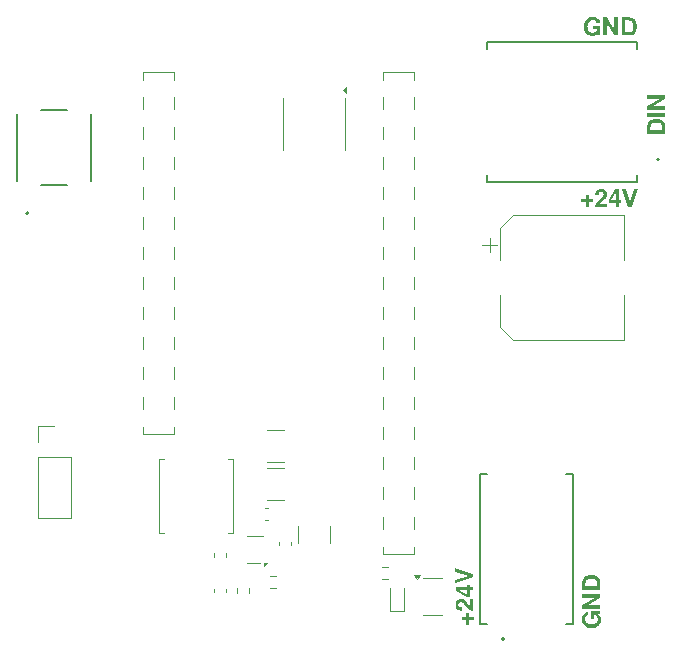
<source format=gbr>
G04 #@! TF.GenerationSoftware,KiCad,Pcbnew,9.0.6*
G04 #@! TF.CreationDate,2025-12-23T18:22:04-05:00*
G04 #@! TF.ProjectId,project-bed-light,70726f6a-6563-4742-9d62-65642d6c6967,rev?*
G04 #@! TF.SameCoordinates,Original*
G04 #@! TF.FileFunction,Legend,Top*
G04 #@! TF.FilePolarity,Positive*
%FSLAX46Y46*%
G04 Gerber Fmt 4.6, Leading zero omitted, Abs format (unit mm)*
G04 Created by KiCad (PCBNEW 9.0.6) date 2025-12-23 18:22:04*
%MOMM*%
%LPD*%
G01*
G04 APERTURE LIST*
%ADD10C,0.300000*%
%ADD11C,0.127000*%
%ADD12C,0.200000*%
%ADD13C,0.120000*%
G04 APERTURE END LIST*
D10*
G36*
X71195732Y-73558033D02*
G01*
X71119115Y-73592303D01*
X71058881Y-73636005D01*
X71012491Y-73689254D01*
X70978597Y-73753270D01*
X70957176Y-73830256D01*
X70949535Y-73923207D01*
X70958960Y-74020283D01*
X70985893Y-74103199D01*
X71029699Y-74174812D01*
X71091593Y-74236998D01*
X71164833Y-74284669D01*
X71252649Y-74320321D01*
X71357854Y-74343139D01*
X71483878Y-74351304D01*
X71602417Y-74342939D01*
X71705582Y-74319079D01*
X71795812Y-74280889D01*
X71875063Y-74228572D01*
X71943058Y-74161633D01*
X71990125Y-74088147D01*
X72018404Y-74006649D01*
X72028112Y-73914781D01*
X72020693Y-73846545D01*
X71990743Y-73753214D01*
X71964827Y-73700700D01*
X71932033Y-73652464D01*
X71890060Y-73610161D01*
X71830642Y-73570673D01*
X71762076Y-73542102D01*
X71682264Y-73526526D01*
X71682264Y-73874938D01*
X71418482Y-73874938D01*
X71418482Y-73262103D01*
X72245000Y-73262103D01*
X72245000Y-73450963D01*
X72050368Y-73488699D01*
X72129432Y-73552313D01*
X72189857Y-73617995D01*
X72234100Y-73686078D01*
X72265260Y-73760911D01*
X72284933Y-73848253D01*
X72291894Y-73950501D01*
X72282465Y-74072551D01*
X72255042Y-74183124D01*
X72210138Y-74284207D01*
X72147201Y-74377355D01*
X72064657Y-74463594D01*
X71970626Y-74535368D01*
X71867413Y-74591389D01*
X71753743Y-74632137D01*
X71627958Y-74657363D01*
X71488091Y-74666102D01*
X71344759Y-74657125D01*
X71217159Y-74631324D01*
X71103070Y-74589840D01*
X71000629Y-74533035D01*
X70908411Y-74460480D01*
X70828498Y-74373560D01*
X70766933Y-74278058D01*
X70722561Y-74172758D01*
X70695219Y-74055908D01*
X70685753Y-73925314D01*
X70695157Y-73787099D01*
X70721949Y-73666903D01*
X70764732Y-73561934D01*
X70823140Y-73469923D01*
X70897942Y-73390031D01*
X70983748Y-73329448D01*
X71082172Y-73286776D01*
X71195732Y-73262103D01*
X71195732Y-73558033D01*
G37*
G36*
X72245000Y-72100545D02*
G01*
X71187306Y-72715396D01*
X72245000Y-72715396D01*
X72245000Y-73030194D01*
X70715062Y-73030194D01*
X70715062Y-72707061D01*
X71755995Y-72100545D01*
X70715062Y-72100545D01*
X70715062Y-71785746D01*
X72245000Y-71785746D01*
X72245000Y-72100545D01*
G37*
G36*
X71629122Y-70189863D02*
G01*
X71760596Y-70213860D01*
X71875957Y-70251982D01*
X71977372Y-70303450D01*
X72066580Y-70368191D01*
X72127320Y-70430699D01*
X72176043Y-70507372D01*
X72212787Y-70600659D01*
X72236477Y-70713843D01*
X72245000Y-70850876D01*
X72245000Y-71448966D01*
X70715062Y-71448966D01*
X70715062Y-70850876D01*
X70978845Y-70850876D01*
X70978845Y-71134167D01*
X71981217Y-71134167D01*
X71981217Y-70850876D01*
X71971364Y-70758314D01*
X71943684Y-70683193D01*
X71899023Y-70621628D01*
X71835565Y-70571398D01*
X71749097Y-70532272D01*
X71633469Y-70506030D01*
X71481038Y-70496236D01*
X71327870Y-70506047D01*
X71211724Y-70532330D01*
X71124911Y-70571502D01*
X71061239Y-70621764D01*
X71016456Y-70683329D01*
X70988716Y-70758406D01*
X70978845Y-70850876D01*
X70715062Y-70850876D01*
X70720374Y-70733369D01*
X70734958Y-70637639D01*
X70757103Y-70560258D01*
X70790824Y-70487798D01*
X70835382Y-70424101D01*
X70891375Y-70368191D01*
X70982376Y-70303175D01*
X71084854Y-70251650D01*
X71200409Y-70213625D01*
X71331029Y-70189780D01*
X71479023Y-70181437D01*
X71629122Y-70189863D01*
G37*
G36*
X71941966Y-23445732D02*
G01*
X71907696Y-23369115D01*
X71863994Y-23308881D01*
X71810745Y-23262491D01*
X71746729Y-23228597D01*
X71669743Y-23207176D01*
X71576792Y-23199535D01*
X71479716Y-23208960D01*
X71396800Y-23235893D01*
X71325187Y-23279699D01*
X71263001Y-23341593D01*
X71215330Y-23414833D01*
X71179678Y-23502649D01*
X71156860Y-23607854D01*
X71148695Y-23733878D01*
X71157060Y-23852417D01*
X71180920Y-23955582D01*
X71219110Y-24045812D01*
X71271427Y-24125063D01*
X71338366Y-24193058D01*
X71411852Y-24240125D01*
X71493350Y-24268404D01*
X71585218Y-24278112D01*
X71653454Y-24270693D01*
X71746785Y-24240743D01*
X71799299Y-24214827D01*
X71847535Y-24182033D01*
X71889838Y-24140060D01*
X71929326Y-24080642D01*
X71957897Y-24012076D01*
X71973473Y-23932264D01*
X71625061Y-23932264D01*
X71625061Y-23668482D01*
X72237896Y-23668482D01*
X72237896Y-24495000D01*
X72049036Y-24495000D01*
X72011300Y-24300368D01*
X71947686Y-24379432D01*
X71882004Y-24439857D01*
X71813921Y-24484100D01*
X71739088Y-24515260D01*
X71651746Y-24534933D01*
X71549498Y-24541894D01*
X71427448Y-24532465D01*
X71316875Y-24505042D01*
X71215792Y-24460138D01*
X71122644Y-24397201D01*
X71036405Y-24314657D01*
X70964631Y-24220626D01*
X70908610Y-24117413D01*
X70867862Y-24003743D01*
X70842636Y-23877958D01*
X70833897Y-23738091D01*
X70842874Y-23594759D01*
X70868675Y-23467159D01*
X70910159Y-23353070D01*
X70966964Y-23250629D01*
X71039519Y-23158411D01*
X71126439Y-23078498D01*
X71221941Y-23016933D01*
X71327241Y-22972561D01*
X71444091Y-22945219D01*
X71574685Y-22935753D01*
X71712900Y-22945157D01*
X71833096Y-22971949D01*
X71938065Y-23014732D01*
X72030076Y-23073140D01*
X72109968Y-23147942D01*
X72170551Y-23233748D01*
X72213223Y-23332172D01*
X72237896Y-23445732D01*
X71941966Y-23445732D01*
G37*
G36*
X73399454Y-24495000D02*
G01*
X72784603Y-23437306D01*
X72784603Y-24495000D01*
X72469805Y-24495000D01*
X72469805Y-22965062D01*
X72792938Y-22965062D01*
X73399454Y-24005995D01*
X73399454Y-22965062D01*
X73714253Y-22965062D01*
X73714253Y-24495000D01*
X73399454Y-24495000D01*
G37*
G36*
X74766630Y-22970374D02*
G01*
X74862360Y-22984958D01*
X74939741Y-23007103D01*
X75012201Y-23040824D01*
X75075898Y-23085382D01*
X75131808Y-23141375D01*
X75196824Y-23232376D01*
X75248349Y-23334854D01*
X75286374Y-23450409D01*
X75310219Y-23581029D01*
X75318562Y-23729023D01*
X75310136Y-23879122D01*
X75286139Y-24010596D01*
X75248017Y-24125957D01*
X75196549Y-24227372D01*
X75131808Y-24316580D01*
X75069300Y-24377320D01*
X74992627Y-24426043D01*
X74899340Y-24462787D01*
X74786156Y-24486477D01*
X74649123Y-24495000D01*
X74051033Y-24495000D01*
X74051033Y-24231217D01*
X74365832Y-24231217D01*
X74649123Y-24231217D01*
X74741685Y-24221364D01*
X74816806Y-24193684D01*
X74878371Y-24149023D01*
X74928601Y-24085565D01*
X74967727Y-23999097D01*
X74993969Y-23883469D01*
X75003763Y-23731038D01*
X74993952Y-23577870D01*
X74967669Y-23461724D01*
X74928497Y-23374911D01*
X74878235Y-23311239D01*
X74816670Y-23266456D01*
X74741593Y-23238716D01*
X74649123Y-23228845D01*
X74365832Y-23228845D01*
X74365832Y-24231217D01*
X74051033Y-24231217D01*
X74051033Y-22965062D01*
X74649123Y-22965062D01*
X74766630Y-22970374D01*
G37*
G36*
X60885369Y-73381489D02*
G01*
X61131566Y-73381489D01*
X61131566Y-73763424D01*
X61518447Y-73763424D01*
X61518447Y-74013101D01*
X61131566Y-74013101D01*
X61131566Y-74395036D01*
X60885369Y-74395036D01*
X60885369Y-74013101D01*
X60504351Y-74013101D01*
X60504351Y-73763424D01*
X60885369Y-73763424D01*
X60885369Y-73381489D01*
G37*
G36*
X60449213Y-72194103D02*
G01*
X60530098Y-72200242D01*
X60604291Y-72218181D01*
X60672970Y-72247684D01*
X60765854Y-72308815D01*
X60841222Y-72383055D01*
X60966702Y-72550942D01*
X61026736Y-72635262D01*
X61092182Y-72716721D01*
X61163496Y-72786969D01*
X61231217Y-72830020D01*
X61231217Y-72200423D01*
X61495000Y-72200423D01*
X61495000Y-73211954D01*
X61359137Y-73196598D01*
X61252073Y-73168192D01*
X61168477Y-73129064D01*
X61093808Y-73074078D01*
X61010009Y-72989537D01*
X60915503Y-72867755D01*
X60795200Y-72703259D01*
X60713957Y-72605884D01*
X60661429Y-72555063D01*
X60603149Y-72518381D01*
X60535335Y-72495829D01*
X60455532Y-72487927D01*
X60383619Y-72494759D01*
X60326485Y-72513680D01*
X60280960Y-72543523D01*
X60246059Y-72584447D01*
X60224700Y-72634896D01*
X60217121Y-72697762D01*
X60225157Y-72761714D01*
X60247833Y-72812814D01*
X60285081Y-72854108D01*
X60333388Y-72883695D01*
X60395313Y-72902750D01*
X60474583Y-72909704D01*
X60521936Y-72909704D01*
X60521936Y-73190888D01*
X60474309Y-73192995D01*
X60357262Y-73183976D01*
X60259340Y-73158631D01*
X60177133Y-73118551D01*
X60108036Y-73063943D01*
X60052297Y-72995676D01*
X60011571Y-72914758D01*
X59985903Y-72818674D01*
X59976786Y-72704082D01*
X59985654Y-72587177D01*
X60010708Y-72488057D01*
X60050519Y-72403649D01*
X60104922Y-72331581D01*
X60173209Y-72272295D01*
X60251862Y-72229747D01*
X60342915Y-72203362D01*
X60449213Y-72194103D01*
G37*
G36*
X61160875Y-71168191D02*
G01*
X61495000Y-71168191D01*
X61495000Y-71462015D01*
X61160875Y-71462015D01*
X61160875Y-72057998D01*
X60916327Y-72057998D01*
X60006095Y-71514497D01*
X60006095Y-71462015D01*
X60285081Y-71462015D01*
X60920540Y-71850270D01*
X60920540Y-71462015D01*
X60285081Y-71462015D01*
X60006095Y-71462015D01*
X60006095Y-71168191D01*
X60920540Y-71168191D01*
X60920540Y-71012944D01*
X61160875Y-71012944D01*
X61160875Y-71168191D01*
G37*
G36*
X61495000Y-70117184D02*
G01*
X61495000Y-70383622D01*
X59965062Y-70899921D01*
X59965062Y-70583016D01*
X61117278Y-70243030D01*
X59965062Y-69909364D01*
X59965062Y-69592550D01*
X61495000Y-70117184D01*
G37*
G36*
X71618510Y-38385369D02*
G01*
X71618510Y-38631566D01*
X71236575Y-38631566D01*
X71236575Y-39018447D01*
X70986898Y-39018447D01*
X70986898Y-38631566D01*
X70604963Y-38631566D01*
X70604963Y-38385369D01*
X70986898Y-38385369D01*
X70986898Y-38004351D01*
X71236575Y-38004351D01*
X71236575Y-38385369D01*
X71618510Y-38385369D01*
G37*
G36*
X72805896Y-37949213D02*
G01*
X72799757Y-38030098D01*
X72781818Y-38104291D01*
X72752315Y-38172970D01*
X72691184Y-38265854D01*
X72616944Y-38341222D01*
X72449057Y-38466702D01*
X72364737Y-38526736D01*
X72283278Y-38592182D01*
X72213030Y-38663496D01*
X72169979Y-38731217D01*
X72799576Y-38731217D01*
X72799576Y-38995000D01*
X71788045Y-38995000D01*
X71803401Y-38859137D01*
X71831807Y-38752073D01*
X71870935Y-38668477D01*
X71925921Y-38593808D01*
X72010462Y-38510009D01*
X72132244Y-38415503D01*
X72296740Y-38295200D01*
X72394115Y-38213957D01*
X72444936Y-38161429D01*
X72481618Y-38103149D01*
X72504170Y-38035335D01*
X72512072Y-37955532D01*
X72505240Y-37883619D01*
X72486319Y-37826485D01*
X72456476Y-37780960D01*
X72415552Y-37746059D01*
X72365103Y-37724700D01*
X72302237Y-37717121D01*
X72238285Y-37725157D01*
X72187185Y-37747833D01*
X72145891Y-37785081D01*
X72116304Y-37833388D01*
X72097249Y-37895313D01*
X72090295Y-37974583D01*
X72090295Y-38021936D01*
X71809111Y-38021936D01*
X71807004Y-37974309D01*
X71816023Y-37857262D01*
X71841368Y-37759340D01*
X71881448Y-37677133D01*
X71936056Y-37608036D01*
X72004323Y-37552297D01*
X72085241Y-37511571D01*
X72181325Y-37485903D01*
X72295917Y-37476786D01*
X72412822Y-37485654D01*
X72511942Y-37510708D01*
X72596350Y-37550519D01*
X72668418Y-37604922D01*
X72727704Y-37673209D01*
X72770252Y-37751862D01*
X72796637Y-37842915D01*
X72805896Y-37949213D01*
G37*
G36*
X73831808Y-38420540D02*
G01*
X73987055Y-38420540D01*
X73987055Y-38660875D01*
X73831808Y-38660875D01*
X73831808Y-38995000D01*
X73537984Y-38995000D01*
X73537984Y-38660875D01*
X72942001Y-38660875D01*
X72942001Y-38420540D01*
X73149729Y-38420540D01*
X73537984Y-38420540D01*
X73537984Y-37785081D01*
X73149729Y-38420540D01*
X72942001Y-38420540D01*
X72942001Y-38416327D01*
X73485502Y-37506095D01*
X73831808Y-37506095D01*
X73831808Y-38420540D01*
G37*
G36*
X74882815Y-38995000D02*
G01*
X74616377Y-38995000D01*
X74100078Y-37465062D01*
X74416983Y-37465062D01*
X74756969Y-38617278D01*
X75090635Y-37465062D01*
X75407449Y-37465062D01*
X74882815Y-38995000D01*
G37*
G36*
X77129122Y-31573010D02*
G01*
X77260596Y-31597008D01*
X77375957Y-31635129D01*
X77477372Y-31686597D01*
X77566580Y-31751338D01*
X77627320Y-31813846D01*
X77676043Y-31890520D01*
X77712787Y-31983807D01*
X77736477Y-32096990D01*
X77745000Y-32234023D01*
X77745000Y-32832113D01*
X76215062Y-32832113D01*
X76215062Y-32234023D01*
X76478845Y-32234023D01*
X76478845Y-32517315D01*
X77481217Y-32517315D01*
X77481217Y-32234023D01*
X77471364Y-32141461D01*
X77443684Y-32066340D01*
X77399023Y-32004776D01*
X77335565Y-31954546D01*
X77249097Y-31915419D01*
X77133469Y-31889177D01*
X76981038Y-31879383D01*
X76827870Y-31889194D01*
X76711724Y-31915477D01*
X76624911Y-31954650D01*
X76561239Y-32004911D01*
X76516456Y-32066476D01*
X76488716Y-32141554D01*
X76478845Y-32234023D01*
X76215062Y-32234023D01*
X76220374Y-32116516D01*
X76234958Y-32020786D01*
X76257103Y-31943405D01*
X76290824Y-31870945D01*
X76335382Y-31807248D01*
X76391375Y-31751338D01*
X76482376Y-31686322D01*
X76584854Y-31634797D01*
X76700409Y-31596773D01*
X76831029Y-31572928D01*
X76979023Y-31564584D01*
X77129122Y-31573010D01*
G37*
G36*
X76215062Y-31060650D02*
G01*
X77745000Y-31060650D01*
X77745000Y-31375449D01*
X76215062Y-31375449D01*
X76215062Y-31060650D01*
G37*
G36*
X77745000Y-29880133D02*
G01*
X76687306Y-30494984D01*
X77745000Y-30494984D01*
X77745000Y-30809782D01*
X76215062Y-30809782D01*
X76215062Y-30486649D01*
X77255995Y-29880133D01*
X76215062Y-29880133D01*
X76215062Y-29565334D01*
X77745000Y-29565334D01*
X77745000Y-29880133D01*
G37*
D11*
G04 #@! TO.C,S1*
X22850000Y-36850000D02*
X22850000Y-31150000D01*
X24900000Y-30850000D02*
X27100000Y-30850000D01*
X27100000Y-37150000D02*
X24900000Y-37150000D01*
X29150000Y-36850000D02*
X29150000Y-31150000D01*
D12*
X23800000Y-39550000D02*
G75*
G02*
X23600000Y-39550000I-100000J0D01*
G01*
X23600000Y-39550000D02*
G75*
G02*
X23800000Y-39550000I100000J0D01*
G01*
D13*
G04 #@! TO.C,C5*
X43859420Y-64490000D02*
X44140580Y-64490000D01*
X43859420Y-65510000D02*
X44140580Y-65510000D01*
G04 #@! TO.C,R2*
X41477500Y-71737258D02*
X41477500Y-71262742D01*
X42522500Y-71737258D02*
X42522500Y-71262742D01*
G04 #@! TO.C,C8*
X62250000Y-42240000D02*
X63500000Y-42240000D01*
X62875000Y-41615000D02*
X62875000Y-42865000D01*
X63740000Y-40804437D02*
X63740000Y-43490000D01*
X63740000Y-40804437D02*
X64804437Y-39740000D01*
X63740000Y-49195563D02*
X63740000Y-46510000D01*
X63740000Y-49195563D02*
X64804437Y-50260000D01*
X64804437Y-39740000D02*
X74260000Y-39740000D01*
X64804437Y-50260000D02*
X74260000Y-50260000D01*
X74260000Y-39740000D02*
X74260000Y-43490000D01*
X74260000Y-50260000D02*
X74260000Y-46510000D01*
G04 #@! TO.C,J3*
X24620000Y-57540000D02*
X26000000Y-57540000D01*
X24620000Y-58920000D02*
X24620000Y-57540000D01*
X24620000Y-60190000D02*
X24620000Y-65380000D01*
X24620000Y-60190000D02*
X27380000Y-60190000D01*
X24620000Y-65380000D02*
X27380000Y-65380000D01*
X27380000Y-60190000D02*
X27380000Y-65380000D01*
G04 #@! TO.C,C3*
X39490000Y-71359420D02*
X39490000Y-71640580D01*
X40510000Y-71359420D02*
X40510000Y-71640580D01*
G04 #@! TO.C,U2*
X33510000Y-27620000D02*
X33510000Y-28250000D01*
X33510000Y-27620000D02*
X36170000Y-27620000D01*
X33510000Y-29712000D02*
X33510000Y-30728000D01*
X33510000Y-32252000D02*
X33510000Y-33268000D01*
X33510000Y-34792000D02*
X33510000Y-35808000D01*
X33510000Y-37332000D02*
X33510000Y-38348000D01*
X33510000Y-39872000D02*
X33510000Y-40888000D01*
X33510000Y-42412000D02*
X33510000Y-43428000D01*
X33510000Y-44952000D02*
X33510000Y-45968000D01*
X33510000Y-47492000D02*
X33510000Y-48508000D01*
X33510000Y-50032000D02*
X33510000Y-51048000D01*
X33510000Y-52572000D02*
X33510000Y-53588000D01*
X33510000Y-55112000D02*
X33510000Y-56128000D01*
X33510000Y-57650000D02*
X33510000Y-58220000D01*
X33510000Y-58220000D02*
X36170000Y-58220000D01*
X36170000Y-27620000D02*
X36170000Y-28250000D01*
X36170000Y-29712000D02*
X36170000Y-30728000D01*
X36170000Y-32252000D02*
X36170000Y-33268000D01*
X36170000Y-34792000D02*
X36170000Y-35808000D01*
X36170000Y-37332000D02*
X36170000Y-38348000D01*
X36170000Y-39872000D02*
X36170000Y-40888000D01*
X36170000Y-42412000D02*
X36170000Y-43428000D01*
X36170000Y-44952000D02*
X36170000Y-45968000D01*
X36170000Y-47492000D02*
X36170000Y-48508000D01*
X36170000Y-50032000D02*
X36170000Y-51048000D01*
X36170000Y-52572000D02*
X36170000Y-53588000D01*
X36170000Y-55112000D02*
X36170000Y-56128000D01*
X36170000Y-57650000D02*
X36170000Y-58220000D01*
X53830000Y-27620000D02*
X53830000Y-28250000D01*
X53830000Y-27620000D02*
X56490000Y-27620000D01*
X53830000Y-29712000D02*
X53830000Y-30728000D01*
X53830000Y-32252000D02*
X53830000Y-33268000D01*
X53830000Y-34792000D02*
X53830000Y-35808000D01*
X53830000Y-37332000D02*
X53830000Y-38348000D01*
X53830000Y-39872000D02*
X53830000Y-40888000D01*
X53830000Y-42412000D02*
X53830000Y-43428000D01*
X53830000Y-44952000D02*
X53830000Y-45968000D01*
X53830000Y-47492000D02*
X53830000Y-48508000D01*
X53830000Y-50032000D02*
X53830000Y-51048000D01*
X53830000Y-52572000D02*
X53830000Y-53588000D01*
X53830000Y-55112000D02*
X53830000Y-56128000D01*
X53830000Y-57652000D02*
X53830000Y-58668000D01*
X53830000Y-60192000D02*
X53830000Y-61208000D01*
X53830000Y-62732000D02*
X53830000Y-63748000D01*
X53830000Y-65272000D02*
X53830000Y-66288000D01*
X53830000Y-67810000D02*
X53830000Y-68380000D01*
X53830000Y-68380000D02*
X56490000Y-68380000D01*
X56490000Y-27620000D02*
X56490000Y-28250000D01*
X56490000Y-29712000D02*
X56490000Y-30728000D01*
X56490000Y-32252000D02*
X56490000Y-33268000D01*
X56490000Y-34792000D02*
X56490000Y-35808000D01*
X56490000Y-37332000D02*
X56490000Y-38348000D01*
X56490000Y-39872000D02*
X56490000Y-40888000D01*
X56490000Y-42412000D02*
X56490000Y-43428000D01*
X56490000Y-44952000D02*
X56490000Y-45968000D01*
X56490000Y-47492000D02*
X56490000Y-48508000D01*
X56490000Y-50032000D02*
X56490000Y-51048000D01*
X56490000Y-52572000D02*
X56490000Y-53588000D01*
X56490000Y-55112000D02*
X56490000Y-56128000D01*
X56490000Y-57652000D02*
X56490000Y-58668000D01*
X56490000Y-60192000D02*
X56490000Y-61208000D01*
X56490000Y-62732000D02*
X56490000Y-63748000D01*
X56490000Y-65272000D02*
X56490000Y-66288000D01*
X56490000Y-67810000D02*
X56490000Y-68380000D01*
G04 #@! TO.C,R3*
X44262742Y-70227500D02*
X44737258Y-70227500D01*
X44262742Y-71272500D02*
X44737258Y-71272500D01*
G04 #@! TO.C,C1*
X46640000Y-67461252D02*
X46640000Y-66038748D01*
X49360000Y-67461252D02*
X49360000Y-66038748D01*
G04 #@! TO.C,C6*
X44038748Y-61140000D02*
X45461252Y-61140000D01*
X44038748Y-63860000D02*
X45461252Y-63860000D01*
G04 #@! TO.C,C7*
X44038748Y-57890000D02*
X45461252Y-57890000D01*
X44038748Y-60610000D02*
X45461252Y-60610000D01*
G04 #@! TO.C,U3*
X45390000Y-32000000D02*
X45390000Y-29800000D01*
X45390000Y-32000000D02*
X45390000Y-34200000D01*
X50610000Y-32000000D02*
X50610000Y-29800000D01*
X50610000Y-32000000D02*
X50610000Y-34200000D01*
X50740000Y-29340000D02*
X50410000Y-29100000D01*
X50740000Y-28860000D01*
X50740000Y-29340000D01*
G36*
X50740000Y-29340000D02*
G01*
X50410000Y-29100000D01*
X50740000Y-28860000D01*
X50740000Y-29340000D01*
G37*
G04 #@! TO.C,R1*
X54237258Y-69477500D02*
X53762742Y-69477500D01*
X54237258Y-70522500D02*
X53762742Y-70522500D01*
G04 #@! TO.C,C4*
X39490000Y-68640580D02*
X39490000Y-68359420D01*
X40510000Y-68640580D02*
X40510000Y-68359420D01*
G04 #@! TO.C,Q1*
X58000000Y-70440000D02*
X57200000Y-70440000D01*
X58000000Y-70440000D02*
X58800000Y-70440000D01*
X58000000Y-73560000D02*
X57200000Y-73560000D01*
X58000000Y-73560000D02*
X58800000Y-73560000D01*
X56700000Y-70490000D02*
X56460000Y-70160000D01*
X56940000Y-70160000D01*
X56700000Y-70490000D01*
G36*
X56700000Y-70490000D02*
G01*
X56460000Y-70160000D01*
X56940000Y-70160000D01*
X56700000Y-70490000D01*
G37*
G04 #@! TO.C,L1*
X34900000Y-60400000D02*
X35300000Y-60400000D01*
X34900000Y-66600000D02*
X34900000Y-60400000D01*
X34900000Y-66600000D02*
X35300000Y-66600000D01*
X41100000Y-60400000D02*
X40700000Y-60400000D01*
X41100000Y-66600000D02*
X40700000Y-66600000D01*
X41100000Y-66600000D02*
X41100000Y-60400000D01*
G04 #@! TO.C,C2*
X44990000Y-67640580D02*
X44990000Y-67359420D01*
X46010000Y-67640580D02*
X46010000Y-67359420D01*
D11*
G04 #@! TO.C,J2*
X62650000Y-25050000D02*
X62650000Y-25680000D01*
X62650000Y-36320000D02*
X62650000Y-36950000D01*
X62650000Y-36950000D02*
X75350000Y-36950000D01*
X75350000Y-25050000D02*
X62650000Y-25050000D01*
X75350000Y-25050000D02*
X75350000Y-25680000D01*
X75350000Y-36950000D02*
X75350000Y-36320000D01*
D12*
X77200000Y-35000000D02*
G75*
G02*
X77000000Y-35000000I-100000J0D01*
G01*
X77000000Y-35000000D02*
G75*
G02*
X77200000Y-35000000I100000J0D01*
G01*
D11*
G04 #@! TO.C,J1*
X62050000Y-61650000D02*
X62050000Y-74350000D01*
X62050000Y-74350000D02*
X62680000Y-74350000D01*
X62680000Y-61650000D02*
X62050000Y-61650000D01*
X69950000Y-61650000D02*
X69320000Y-61650000D01*
X69950000Y-74350000D02*
X69320000Y-74350000D01*
X69950000Y-74350000D02*
X69950000Y-61650000D01*
D12*
X64100000Y-75600000D02*
G75*
G02*
X63900000Y-75600000I-100000J0D01*
G01*
X63900000Y-75600000D02*
G75*
G02*
X64100000Y-75600000I100000J0D01*
G01*
D13*
G04 #@! TO.C,U1*
X42350000Y-66840000D02*
X43650000Y-66840000D01*
X42350000Y-69160000D02*
X43400000Y-69160000D01*
X43760000Y-69440000D02*
X43760000Y-69160000D01*
X44040000Y-69160000D01*
X43760000Y-69440000D01*
G36*
X43760000Y-69440000D02*
G01*
X43760000Y-69160000D01*
X44040000Y-69160000D01*
X43760000Y-69440000D01*
G37*
G04 #@! TO.C,D1*
X54400000Y-71300000D02*
X54400000Y-73260000D01*
X54400000Y-73260000D02*
X55600000Y-73260000D01*
X55600000Y-71300000D02*
X55600000Y-73260000D01*
G04 #@! TD*
M02*

</source>
